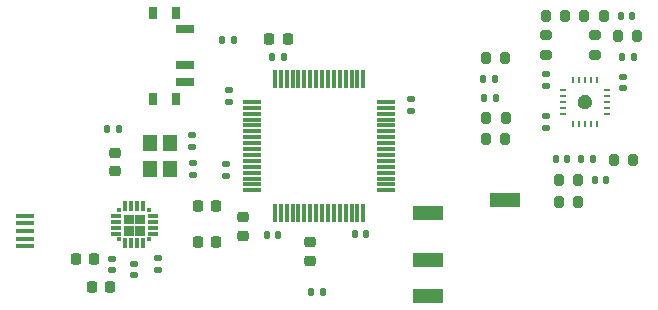
<source format=gbr>
%TF.GenerationSoftware,KiCad,Pcbnew,(6.0.9)*%
%TF.CreationDate,2023-07-19T12:20:02-07:00*%
%TF.ProjectId,pcb,7063622e-6b69-4636-9164-5f7063625858,0.1*%
%TF.SameCoordinates,Original*%
%TF.FileFunction,Paste,Top*%
%TF.FilePolarity,Positive*%
%FSLAX46Y46*%
G04 Gerber Fmt 4.6, Leading zero omitted, Abs format (unit mm)*
G04 Created by KiCad (PCBNEW (6.0.9)) date 2023-07-19 12:20:02*
%MOMM*%
%LPD*%
G01*
G04 APERTURE LIST*
G04 Aperture macros list*
%AMRoundRect*
0 Rectangle with rounded corners*
0 $1 Rounding radius*
0 $2 $3 $4 $5 $6 $7 $8 $9 X,Y pos of 4 corners*
0 Add a 4 corners polygon primitive as box body*
4,1,4,$2,$3,$4,$5,$6,$7,$8,$9,$2,$3,0*
0 Add four circle primitives for the rounded corners*
1,1,$1+$1,$2,$3*
1,1,$1+$1,$4,$5*
1,1,$1+$1,$6,$7*
1,1,$1+$1,$8,$9*
0 Add four rect primitives between the rounded corners*
20,1,$1+$1,$2,$3,$4,$5,0*
20,1,$1+$1,$4,$5,$6,$7,0*
20,1,$1+$1,$6,$7,$8,$9,0*
20,1,$1+$1,$8,$9,$2,$3,0*%
G04 Aperture macros list end*
%ADD10C,0.127000*%
%ADD11C,0.010000*%
%ADD12RoundRect,0.140000X-0.170000X0.140000X-0.170000X-0.140000X0.170000X-0.140000X0.170000X0.140000X0*%
%ADD13R,0.500000X0.250000*%
%ADD14R,0.250000X0.500000*%
%ADD15RoundRect,0.200000X-0.200000X-0.275000X0.200000X-0.275000X0.200000X0.275000X-0.200000X0.275000X0*%
%ADD16RoundRect,0.218750X-0.256250X0.218750X-0.256250X-0.218750X0.256250X-0.218750X0.256250X0.218750X0*%
%ADD17R,1.500000X0.450000*%
%ADD18RoundRect,0.140000X-0.140000X-0.170000X0.140000X-0.170000X0.140000X0.170000X-0.140000X0.170000X0*%
%ADD19RoundRect,0.200000X0.200000X0.275000X-0.200000X0.275000X-0.200000X-0.275000X0.200000X-0.275000X0*%
%ADD20RoundRect,0.218750X0.256250X-0.218750X0.256250X0.218750X-0.256250X0.218750X-0.256250X-0.218750X0*%
%ADD21RoundRect,0.225000X0.225000X0.250000X-0.225000X0.250000X-0.225000X-0.250000X0.225000X-0.250000X0*%
%ADD22RoundRect,0.200000X0.275000X-0.200000X0.275000X0.200000X-0.275000X0.200000X-0.275000X-0.200000X0*%
%ADD23RoundRect,0.140000X0.140000X0.170000X-0.140000X0.170000X-0.140000X-0.170000X0.140000X-0.170000X0*%
%ADD24RoundRect,0.140000X0.170000X-0.140000X0.170000X0.140000X-0.170000X0.140000X-0.170000X-0.140000X0*%
%ADD25R,1.500000X0.700000*%
%ADD26R,0.800000X1.000000*%
%ADD27RoundRect,0.225000X-0.225000X-0.250000X0.225000X-0.250000X0.225000X0.250000X-0.225000X0.250000X0*%
%ADD28RoundRect,0.135000X-0.135000X-0.185000X0.135000X-0.185000X0.135000X0.185000X-0.135000X0.185000X0*%
%ADD29RoundRect,0.135000X0.135000X0.185000X-0.135000X0.185000X-0.135000X-0.185000X0.135000X-0.185000X0*%
%ADD30R,0.300000X0.300000*%
%ADD31R,0.900000X0.300000*%
%ADD32R,0.300000X0.900000*%
%ADD33RoundRect,0.200000X-0.275000X0.200000X-0.275000X-0.200000X0.275000X-0.200000X0.275000X0.200000X0*%
%ADD34R,2.500000X1.200000*%
%ADD35RoundRect,0.135000X0.185000X-0.135000X0.185000X0.135000X-0.185000X0.135000X-0.185000X-0.135000X0*%
%ADD36R,1.200000X1.400000*%
%ADD37RoundRect,0.075000X-0.700000X-0.075000X0.700000X-0.075000X0.700000X0.075000X-0.700000X0.075000X0*%
%ADD38RoundRect,0.075000X-0.075000X-0.700000X0.075000X-0.700000X0.075000X0.700000X-0.075000X0.700000X0*%
G04 APERTURE END LIST*
%TO.C,U1*%
G36*
X95647000Y-31063000D02*
G01*
X95673000Y-31065000D01*
X95699000Y-31068000D01*
X95726000Y-31073000D01*
X95751000Y-31079000D01*
X95777000Y-31087000D01*
X95802000Y-31096000D01*
X95827000Y-31106000D01*
X95851000Y-31117000D01*
X95874000Y-31130000D01*
X95897000Y-31144000D01*
X95919000Y-31159000D01*
X95940000Y-31175000D01*
X95960000Y-31192000D01*
X95998000Y-31230000D01*
X96015000Y-31250000D01*
X96031000Y-31271000D01*
X96046000Y-31293000D01*
X96060000Y-31316000D01*
X96073000Y-31339000D01*
X96084000Y-31363000D01*
X96094000Y-31388000D01*
X96103000Y-31413000D01*
X96111000Y-31439000D01*
X96117000Y-31464000D01*
X96122000Y-31491000D01*
X96125000Y-31517000D01*
X96127000Y-31543000D01*
X96128000Y-31570000D01*
X96127000Y-31597000D01*
X96125000Y-31623000D01*
X96122000Y-31649000D01*
X96117000Y-31676000D01*
X96111000Y-31701000D01*
X96103000Y-31727000D01*
X96094000Y-31752000D01*
X96084000Y-31777000D01*
X96073000Y-31801000D01*
X96060000Y-31824000D01*
X96046000Y-31847000D01*
X96031000Y-31869000D01*
X96015000Y-31890000D01*
X95998000Y-31910000D01*
X95960000Y-31948000D01*
X95940000Y-31965000D01*
X95919000Y-31981000D01*
X95897000Y-31996000D01*
X95874000Y-32010000D01*
X95851000Y-32023000D01*
X95827000Y-32034000D01*
X95802000Y-32044000D01*
X95777000Y-32053000D01*
X95751000Y-32061000D01*
X95726000Y-32067000D01*
X95699000Y-32072000D01*
X95673000Y-32075000D01*
X95647000Y-32077000D01*
X95620000Y-32078000D01*
X95593000Y-32077000D01*
X95567000Y-32075000D01*
X95541000Y-32072000D01*
X95514000Y-32067000D01*
X95489000Y-32061000D01*
X95463000Y-32053000D01*
X95438000Y-32044000D01*
X95413000Y-32034000D01*
X95389000Y-32023000D01*
X95366000Y-32010000D01*
X95343000Y-31996000D01*
X95321000Y-31981000D01*
X95300000Y-31965000D01*
X95280000Y-31948000D01*
X95242000Y-31910000D01*
X95225000Y-31890000D01*
X95209000Y-31869000D01*
X95194000Y-31847000D01*
X95180000Y-31824000D01*
X95167000Y-31801000D01*
X95156000Y-31777000D01*
X95146000Y-31752000D01*
X95137000Y-31727000D01*
X95129000Y-31701000D01*
X95123000Y-31676000D01*
X95118000Y-31649000D01*
X95115000Y-31623000D01*
X95113000Y-31597000D01*
X95112000Y-31570000D01*
X95113000Y-31543000D01*
X95115000Y-31517000D01*
X95118000Y-31491000D01*
X95123000Y-31464000D01*
X95129000Y-31439000D01*
X95137000Y-31413000D01*
X95146000Y-31388000D01*
X95156000Y-31363000D01*
X95167000Y-31339000D01*
X95180000Y-31316000D01*
X95194000Y-31293000D01*
X95209000Y-31271000D01*
X95225000Y-31250000D01*
X95242000Y-31230000D01*
X95280000Y-31192000D01*
X95300000Y-31175000D01*
X95321000Y-31159000D01*
X95343000Y-31144000D01*
X95366000Y-31130000D01*
X95389000Y-31117000D01*
X95413000Y-31106000D01*
X95438000Y-31096000D01*
X95463000Y-31087000D01*
X95489000Y-31079000D01*
X95514000Y-31073000D01*
X95541000Y-31068000D01*
X95567000Y-31065000D01*
X95593000Y-31063000D01*
X95620000Y-31062000D01*
X95647000Y-31063000D01*
G37*
D10*
X95647000Y-31063000D02*
X95673000Y-31065000D01*
X95699000Y-31068000D01*
X95726000Y-31073000D01*
X95751000Y-31079000D01*
X95777000Y-31087000D01*
X95802000Y-31096000D01*
X95827000Y-31106000D01*
X95851000Y-31117000D01*
X95874000Y-31130000D01*
X95897000Y-31144000D01*
X95919000Y-31159000D01*
X95940000Y-31175000D01*
X95960000Y-31192000D01*
X95998000Y-31230000D01*
X96015000Y-31250000D01*
X96031000Y-31271000D01*
X96046000Y-31293000D01*
X96060000Y-31316000D01*
X96073000Y-31339000D01*
X96084000Y-31363000D01*
X96094000Y-31388000D01*
X96103000Y-31413000D01*
X96111000Y-31439000D01*
X96117000Y-31464000D01*
X96122000Y-31491000D01*
X96125000Y-31517000D01*
X96127000Y-31543000D01*
X96128000Y-31570000D01*
X96127000Y-31597000D01*
X96125000Y-31623000D01*
X96122000Y-31649000D01*
X96117000Y-31676000D01*
X96111000Y-31701000D01*
X96103000Y-31727000D01*
X96094000Y-31752000D01*
X96084000Y-31777000D01*
X96073000Y-31801000D01*
X96060000Y-31824000D01*
X96046000Y-31847000D01*
X96031000Y-31869000D01*
X96015000Y-31890000D01*
X95998000Y-31910000D01*
X95960000Y-31948000D01*
X95940000Y-31965000D01*
X95919000Y-31981000D01*
X95897000Y-31996000D01*
X95874000Y-32010000D01*
X95851000Y-32023000D01*
X95827000Y-32034000D01*
X95802000Y-32044000D01*
X95777000Y-32053000D01*
X95751000Y-32061000D01*
X95726000Y-32067000D01*
X95699000Y-32072000D01*
X95673000Y-32075000D01*
X95647000Y-32077000D01*
X95620000Y-32078000D01*
X95593000Y-32077000D01*
X95567000Y-32075000D01*
X95541000Y-32072000D01*
X95514000Y-32067000D01*
X95489000Y-32061000D01*
X95463000Y-32053000D01*
X95438000Y-32044000D01*
X95413000Y-32034000D01*
X95389000Y-32023000D01*
X95366000Y-32010000D01*
X95343000Y-31996000D01*
X95321000Y-31981000D01*
X95300000Y-31965000D01*
X95280000Y-31948000D01*
X95242000Y-31910000D01*
X95225000Y-31890000D01*
X95209000Y-31869000D01*
X95194000Y-31847000D01*
X95180000Y-31824000D01*
X95167000Y-31801000D01*
X95156000Y-31777000D01*
X95146000Y-31752000D01*
X95137000Y-31727000D01*
X95129000Y-31701000D01*
X95123000Y-31676000D01*
X95118000Y-31649000D01*
X95115000Y-31623000D01*
X95113000Y-31597000D01*
X95112000Y-31570000D01*
X95113000Y-31543000D01*
X95115000Y-31517000D01*
X95118000Y-31491000D01*
X95123000Y-31464000D01*
X95129000Y-31439000D01*
X95137000Y-31413000D01*
X95146000Y-31388000D01*
X95156000Y-31363000D01*
X95167000Y-31339000D01*
X95180000Y-31316000D01*
X95194000Y-31293000D01*
X95209000Y-31271000D01*
X95225000Y-31250000D01*
X95242000Y-31230000D01*
X95280000Y-31192000D01*
X95300000Y-31175000D01*
X95321000Y-31159000D01*
X95343000Y-31144000D01*
X95366000Y-31130000D01*
X95389000Y-31117000D01*
X95413000Y-31106000D01*
X95438000Y-31096000D01*
X95463000Y-31087000D01*
X95489000Y-31079000D01*
X95514000Y-31073000D01*
X95541000Y-31068000D01*
X95567000Y-31065000D01*
X95593000Y-31063000D01*
X95620000Y-31062000D01*
X95647000Y-31063000D01*
%TO.C,U3*%
G36*
X58320000Y-42820000D02*
G01*
X57570000Y-42820000D01*
X57570000Y-42070000D01*
X58320000Y-42070000D01*
X58320000Y-42820000D01*
G37*
D11*
X58320000Y-42820000D02*
X57570000Y-42820000D01*
X57570000Y-42070000D01*
X58320000Y-42070000D01*
X58320000Y-42820000D01*
G36*
X58320000Y-41870000D02*
G01*
X57570000Y-41870000D01*
X57570000Y-41120000D01*
X58320000Y-41120000D01*
X58320000Y-41870000D01*
G37*
X58320000Y-41870000D02*
X57570000Y-41870000D01*
X57570000Y-41120000D01*
X58320000Y-41120000D01*
X58320000Y-41870000D01*
G36*
X57370000Y-42820000D02*
G01*
X56620000Y-42820000D01*
X56620000Y-42070000D01*
X57370000Y-42070000D01*
X57370000Y-42820000D01*
G37*
X57370000Y-42820000D02*
X56620000Y-42820000D01*
X56620000Y-42070000D01*
X57370000Y-42070000D01*
X57370000Y-42820000D01*
G36*
X57370000Y-41870000D02*
G01*
X56620000Y-41870000D01*
X56620000Y-41120000D01*
X57370000Y-41120000D01*
X57370000Y-41870000D01*
G37*
X57370000Y-41870000D02*
X56620000Y-41870000D01*
X56620000Y-41120000D01*
X57370000Y-41120000D01*
X57370000Y-41870000D01*
%TD*%
D12*
%TO.C,C10*%
X98820000Y-29440000D03*
X98820000Y-30400000D03*
%TD*%
D13*
%TO.C,U1*%
X93770000Y-30570000D03*
X93770000Y-31070000D03*
X93770000Y-31570000D03*
X93770000Y-32070000D03*
X93770000Y-32570000D03*
D14*
X94620000Y-33420000D03*
X95120000Y-33420000D03*
X95620000Y-33420000D03*
X96120000Y-33420000D03*
X96620000Y-33420000D03*
D13*
X97470000Y-32570000D03*
X97470000Y-32070000D03*
X97470000Y-31570000D03*
X97470000Y-31070000D03*
X97470000Y-30570000D03*
D14*
X96620000Y-29720000D03*
X96120000Y-29720000D03*
X95620000Y-29720000D03*
X95120000Y-29720000D03*
X94620000Y-29720000D03*
%TD*%
D15*
%TO.C,R15*%
X95570000Y-24270000D03*
X97220000Y-24270000D03*
%TD*%
D16*
%TO.C,FB1*%
X66670000Y-41320000D03*
X66670000Y-42895000D03*
%TD*%
D17*
%TO.C,J4*%
X48180000Y-41210000D03*
X48180000Y-41860000D03*
X48180000Y-42510000D03*
X48180000Y-43160000D03*
X48180000Y-43810000D03*
%TD*%
D15*
%TO.C,R11*%
X98415000Y-26020000D03*
X100065000Y-26020000D03*
%TD*%
D18*
%TO.C,C1*%
X96440000Y-38220000D03*
X97400000Y-38220000D03*
%TD*%
D19*
%TO.C,R3*%
X88920000Y-32970000D03*
X87270000Y-32970000D03*
%TD*%
D12*
%TO.C,C5*%
X62460000Y-36780000D03*
X62460000Y-37740000D03*
%TD*%
D20*
%TO.C,D1*%
X72370000Y-45007500D03*
X72370000Y-43432500D03*
%TD*%
D21*
%TO.C,C19*%
X54075000Y-44860000D03*
X52525000Y-44860000D03*
%TD*%
D22*
%TO.C,R14*%
X92320000Y-27570000D03*
X92320000Y-25920000D03*
%TD*%
D23*
%TO.C,C14*%
X77130000Y-42770000D03*
X76170000Y-42770000D03*
%TD*%
D24*
%TO.C,C16*%
X65220000Y-37820000D03*
X65220000Y-36860000D03*
%TD*%
D23*
%TO.C,C12*%
X99750000Y-27770000D03*
X98790000Y-27770000D03*
%TD*%
D25*
%TO.C,SW1*%
X61770000Y-25420000D03*
X61770000Y-28420000D03*
X61770000Y-29920000D03*
D26*
X60985000Y-24020000D03*
X59055000Y-24020000D03*
X59055000Y-31320000D03*
X60985000Y-31320000D03*
%TD*%
D24*
%TO.C,C6*%
X92320000Y-30200000D03*
X92320000Y-29240000D03*
%TD*%
D19*
%TO.C,R1*%
X88895000Y-27870000D03*
X87245000Y-27870000D03*
%TD*%
D27*
%TO.C,C7*%
X68920000Y-26220000D03*
X70470000Y-26220000D03*
%TD*%
D15*
%TO.C,R13*%
X92295000Y-24270000D03*
X93945000Y-24270000D03*
%TD*%
D19*
%TO.C,R7*%
X88895000Y-34720000D03*
X87245000Y-34720000D03*
%TD*%
D18*
%TO.C,C3*%
X93170000Y-36370000D03*
X94130000Y-36370000D03*
%TD*%
D24*
%TO.C,C9*%
X65470000Y-31570000D03*
X65470000Y-30610000D03*
%TD*%
D23*
%TO.C,C15*%
X99600000Y-24270000D03*
X98640000Y-24270000D03*
%TD*%
D24*
%TO.C,C2*%
X62370000Y-35370000D03*
X62370000Y-34410000D03*
%TD*%
D28*
%TO.C,R12*%
X64860000Y-26370000D03*
X65880000Y-26370000D03*
%TD*%
D21*
%TO.C,C17*%
X64420000Y-40370000D03*
X62870000Y-40370000D03*
%TD*%
D29*
%TO.C,R6*%
X88070000Y-31220000D03*
X87050000Y-31220000D03*
%TD*%
D15*
%TO.C,R4*%
X93395000Y-38170000D03*
X95045000Y-38170000D03*
%TD*%
D29*
%TO.C,R5*%
X88040000Y-29620000D03*
X87020000Y-29620000D03*
%TD*%
D28*
%TO.C,R8*%
X95320000Y-36370000D03*
X96340000Y-36370000D03*
%TD*%
D30*
%TO.C,U3*%
X56220000Y-40720000D03*
D31*
X55920000Y-41220000D03*
X55920000Y-41720000D03*
X55920000Y-42220000D03*
X55920000Y-42720000D03*
D30*
X56220000Y-43220000D03*
D32*
X56720000Y-43520000D03*
X57220000Y-43520000D03*
X57720000Y-43520000D03*
X58220000Y-43520000D03*
D30*
X58720000Y-43220000D03*
D31*
X59020000Y-42720000D03*
X59020000Y-42220000D03*
X59020000Y-41720000D03*
X59020000Y-41220000D03*
D30*
X58720000Y-40720000D03*
D32*
X58220000Y-40420000D03*
X57720000Y-40420000D03*
X57220000Y-40420000D03*
X56720000Y-40420000D03*
%TD*%
D33*
%TO.C,R10*%
X96470000Y-25920000D03*
X96470000Y-27570000D03*
%TD*%
D34*
%TO.C,J1*%
X88820000Y-39870000D03*
X82320000Y-40970000D03*
X82320000Y-44970000D03*
X82320000Y-47970000D03*
%TD*%
D16*
%TO.C,D2*%
X55870000Y-35895000D03*
X55870000Y-37470000D03*
%TD*%
D15*
%TO.C,R9*%
X98085000Y-36500000D03*
X99735000Y-36500000D03*
%TD*%
D18*
%TO.C,C8*%
X68670000Y-42810000D03*
X69630000Y-42810000D03*
%TD*%
D28*
%TO.C,R16*%
X72410000Y-47680000D03*
X73430000Y-47680000D03*
%TD*%
D12*
%TO.C,C20*%
X55550000Y-44850000D03*
X55550000Y-45810000D03*
%TD*%
D21*
%TO.C,C22*%
X55420000Y-47270000D03*
X53870000Y-47270000D03*
%TD*%
D35*
%TO.C,R18*%
X59470000Y-45800000D03*
X59470000Y-44780000D03*
%TD*%
D36*
%TO.C,Y1*%
X58770000Y-35020000D03*
X58770000Y-37220000D03*
X60470000Y-37220000D03*
X60470000Y-35020000D03*
%TD*%
D27*
%TO.C,C18*%
X62870000Y-43470000D03*
X64420000Y-43470000D03*
%TD*%
D18*
%TO.C,C13*%
X69160000Y-27770000D03*
X70120000Y-27770000D03*
%TD*%
D12*
%TO.C,C21*%
X57490000Y-45260000D03*
X57490000Y-46220000D03*
%TD*%
%TO.C,C11*%
X80870000Y-31360000D03*
X80870000Y-32320000D03*
%TD*%
D29*
%TO.C,R17*%
X56170000Y-33870000D03*
X55150000Y-33870000D03*
%TD*%
D37*
%TO.C,U2*%
X67445000Y-31570000D03*
X67445000Y-32070000D03*
X67445000Y-32570000D03*
X67445000Y-33070000D03*
X67445000Y-33570000D03*
X67445000Y-34070000D03*
X67445000Y-34570000D03*
X67445000Y-35070000D03*
X67445000Y-35570000D03*
X67445000Y-36070000D03*
X67445000Y-36570000D03*
X67445000Y-37070000D03*
X67445000Y-37570000D03*
X67445000Y-38070000D03*
X67445000Y-38570000D03*
X67445000Y-39070000D03*
D38*
X69370000Y-40995000D03*
X69870000Y-40995000D03*
X70370000Y-40995000D03*
X70870000Y-40995000D03*
X71370000Y-40995000D03*
X71870000Y-40995000D03*
X72370000Y-40995000D03*
X72870000Y-40995000D03*
X73370000Y-40995000D03*
X73870000Y-40995000D03*
X74370000Y-40995000D03*
X74870000Y-40995000D03*
X75370000Y-40995000D03*
X75870000Y-40995000D03*
X76370000Y-40995000D03*
X76870000Y-40995000D03*
D37*
X78795000Y-39070000D03*
X78795000Y-38570000D03*
X78795000Y-38070000D03*
X78795000Y-37570000D03*
X78795000Y-37070000D03*
X78795000Y-36570000D03*
X78795000Y-36070000D03*
X78795000Y-35570000D03*
X78795000Y-35070000D03*
X78795000Y-34570000D03*
X78795000Y-34070000D03*
X78795000Y-33570000D03*
X78795000Y-33070000D03*
X78795000Y-32570000D03*
X78795000Y-32070000D03*
X78795000Y-31570000D03*
D38*
X76870000Y-29645000D03*
X76370000Y-29645000D03*
X75870000Y-29645000D03*
X75370000Y-29645000D03*
X74870000Y-29645000D03*
X74370000Y-29645000D03*
X73870000Y-29645000D03*
X73370000Y-29645000D03*
X72870000Y-29645000D03*
X72370000Y-29645000D03*
X71870000Y-29645000D03*
X71370000Y-29645000D03*
X70870000Y-29645000D03*
X70370000Y-29645000D03*
X69870000Y-29645000D03*
X69370000Y-29645000D03*
%TD*%
D12*
%TO.C,C4*%
X92370000Y-32790000D03*
X92370000Y-33750000D03*
%TD*%
D19*
%TO.C,R2*%
X95070000Y-40020000D03*
X93420000Y-40020000D03*
%TD*%
M02*

</source>
